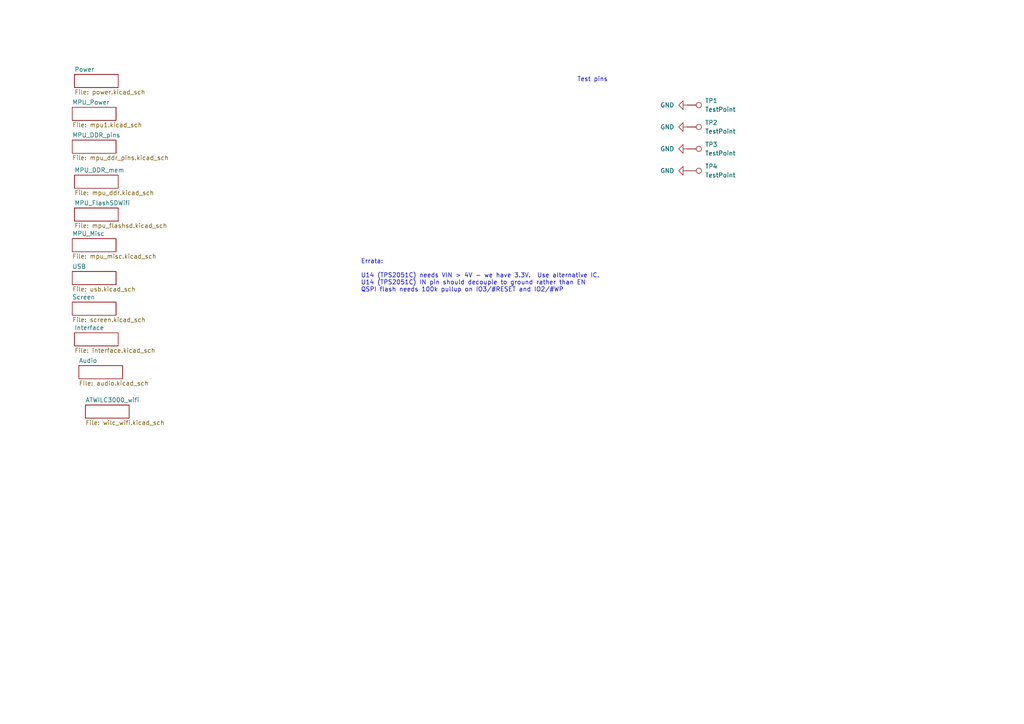
<source format=kicad_sch>
(kicad_sch (version 20250114) (generator "eeschema") (generator_version "9.0")
  (paper "A4")
  (lib_symbols
    (symbol "Connector:TestPoint" (pin_numbers (hide yes)) (pin_names (offset 0.762) (hide yes))
      (property "Reference" "TP" (at 0 6.858 0))
      (property "Value" "TestPoint" (at 0 5.08 0))
      (symbol "TestPoint_0_1"
        (circle (center 0 3.302) (radius 0.762))
      )
      (symbol "TestPoint_1_1"
        (pin passive line (at 0 0 90) (length 2.54) (name "1") (number "1"))
      )
    )
    (symbol "power:GND" (power) (pin_numbers (hide yes)) (pin_names (offset 0) (hide yes))
      (property "Value" "GND" (at 0 -3.81 0))
      (symbol "GND_0_1"
        (polyline (pts (xy 0 0) (xy 0 -1.27) (xy 1.27 -1.27) (xy 0 -2.54) (xy -1.27 -1.27) (xy 0 -1.27)))
      )
      (symbol "GND_1_1"
        (pin power_in line (at 0 0 270) (length 0) (name "~") (number "1"))
      )
    )
  )
  (text "Test pins" (at 167.386 23.114 0) (effects (font (size 1.27 1.27)) (justify left)))
  (text "Errata:\n\nU14 (TPS2051C) needs VIN > 4V - we have 3.3V.  Use alternative IC.\nU14 (TPS2051C) IN pin should decouple to ground rather than EN\nQSPI flash needs 100k pullup on IO3/#RESET and IO2/#WP" (at 104.648 80.01 0) (effects (font (size 1.27 1.27)) (justify left)))
  (symbol (lib_id "power:GND") (at 199.39 49.53 270) (unit 1)
    (property "Reference" "#PWR04" (effects (hide yes)))
    (property "Value" "GND" (at 195.58 49.5299 90) (effects (justify right)))
    (property "Description" "Power symbol creates a global label with name \"GND\" , ground" (effects (hide yes)))
  )
  (symbol (lib_id "Connector:TestPoint") (at 199.39 30.48 270) (unit 1)
    (property "Reference" "TP1" (at 204.47 29.2099 90) (effects (justify left)))
    (property "Value" "TestPoint" (at 204.47 31.7499 90) (effects (justify left)))
    (property "Footprint" "Connector_PinHeader_2.54mm:PinHeader_1x01_P2.54mm_Vertical" (effects (hide yes)))
    (property "Description" "test point" (effects (hide yes)))
  )
  (symbol (lib_id "power:GND") (at 199.39 36.83 270) (unit 1)
    (property "Reference" "#PWR02" (effects (hide yes)))
    (property "Value" "GND" (at 195.58 36.8299 90) (effects (justify right)))
    (property "Description" "Power symbol creates a global label with name \"GND\" , ground" (effects (hide yes)))
  )
  (symbol (lib_id "power:GND") (at 199.39 43.18 270) (unit 1)
    (property "Reference" "#PWR03" (effects (hide yes)))
    (property "Value" "GND" (at 195.58 43.1799 90) (effects (justify right)))
    (property "Description" "Power symbol creates a global label with name \"GND\" , ground" (effects (hide yes)))
  )
  (symbol (lib_id "Connector:TestPoint") (at 199.39 43.18 270) (unit 1)
    (property "Reference" "TP3" (at 204.47 41.9099 90) (effects (justify left)))
    (property "Value" "TestPoint" (at 204.47 44.4499 90) (effects (justify left)))
    (property "Footprint" "Connector_PinHeader_2.54mm:PinHeader_1x01_P2.54mm_Vertical" (effects (hide yes)))
    (property "Description" "test point" (effects (hide yes)))
  )
  (symbol (lib_id "Connector:TestPoint") (at 199.39 49.53 270) (unit 1)
    (property "Reference" "TP4" (at 204.47 48.2599 90) (effects (justify left)))
    (property "Value" "TestPoint" (at 204.47 50.7999 90) (effects (justify left)))
    (property "Footprint" "Connector_PinHeader_2.54mm:PinHeader_1x01_P2.54mm_Vertical" (effects (hide yes)))
    (property "Description" "test point" (effects (hide yes)))
  )
  (symbol (lib_id "power:GND") (at 199.39 30.48 270) (unit 1)
    (property "Reference" "#PWR01" (effects (hide yes)))
    (property "Value" "GND" (at 195.58 30.4799 90) (effects (justify right)))
    (property "Description" "Power symbol creates a global label with name \"GND\" , ground" (effects (hide yes)))
  )
  (symbol (lib_id "Connector:TestPoint") (at 199.39 36.83 270) (unit 1)
    (property "Reference" "TP2" (at 204.47 35.5599 90) (effects (justify left)))
    (property "Value" "TestPoint" (at 204.47 38.0999 90) (effects (justify left)))
    (property "Footprint" "Connector_PinHeader_2.54mm:PinHeader_1x01_P2.54mm_Vertical" (effects (hide yes)))
    (property "Description" "test point" (effects (hide yes)))
  )
  (sheet (at 21.59 50.8) (size 12.7 3.81) (stroke (width 0.1524))
    (property "Sheetname" "MPU_DDR_mem" (at 21.59 50.0884 0) (effects (justify left bottom)))
    (property "Sheetfile" "mpu_ddr.kicad_sch" (at 21.59 55.1946 0) (effects (justify left top)))
  )
  (sheet (at 20.955 40.64) (size 12.7 3.81) (stroke (width 0.1524))
    (property "Sheetname" "MPU_DDR_pins" (at 20.955 39.9284 0) (effects (justify left bottom)))
    (property "Sheetfile" "mpu_ddr_pins.kicad_sch" (at 20.955 45.0346 0) (effects (justify left top)))
  )
  (sheet (at 20.955 69.215) (size 12.7 3.81) (stroke (width 0.1524))
    (property "Sheetname" "MPU_Misc" (at 20.955 68.5034 0) (effects (justify left bottom)))
    (property "Sheetfile" "mpu_misc.kicad_sch" (at 20.955 73.6096 0) (effects (justify left top)))
  )
  (sheet (at 21.59 96.52) (size 12.7 3.81) (stroke (width 0.1524))
    (property "Sheetname" "Interface" (at 21.59 95.8084 0) (effects (justify left bottom)))
    (property "Sheetfile" "interface.kicad_sch" (at 21.59 100.9146 0) (effects (justify left top)))
  )
  (sheet (at 21.59 21.59) (size 12.7 3.81) (stroke (width 0.1524))
    (property "Sheetname" "Power" (at 21.59 20.8784 0) (effects (justify left bottom)))
    (property "Sheetfile" "power.kicad_sch" (at 21.59 25.9846 0) (effects (justify left top)))
  )
  (sheet (at 21.59 60.325) (size 12.7 3.81) (stroke (width 0.1524))
    (property "Sheetname" "MPU_FlashSDWifi" (at 21.59 59.6134 0) (effects (justify left bottom)))
    (property "Sheetfile" "mpu_flashsd.kicad_sch" (at 21.59 64.7196 0) (effects (justify left top)))
  )
  (sheet (at 20.955 87.63) (size 12.7 3.81) (stroke (width 0.1524))
    (property "Sheetname" "Screen" (at 20.955 86.9184 0) (effects (justify left bottom)))
    (property "Sheetfile" "screen.kicad_sch" (at 20.955 92.0246 0) (effects (justify left top)))
  )
  (sheet (at 22.86 106.045) (size 12.7 3.81) (stroke (width 0.1524))
    (property "Sheetname" "Audio" (at 22.86 105.3334 0) (effects (justify left bottom)))
    (property "Sheetfile" "audio.kicad_sch" (at 22.86 110.4396 0) (effects (justify left top)))
  )
  (sheet (at 24.765 117.475) (size 12.7 3.81) (stroke (width 0.1524))
    (property "Sheetname" "ATWILC3000_wifi" (at 24.765 116.7634 0) (effects (justify left bottom)))
    (property "Sheetfile" "wilc_wifi.kicad_sch" (at 24.765 121.8696 0) (effects (justify left top)))
  )
  (sheet (at 20.955 31.115) (size 12.7 3.81) (stroke (width 0.1524))
    (property "Sheetname" "MPU_Power" (at 20.955 30.4034 0) (effects (justify left bottom)))
    (property "Sheetfile" "mpu1.kicad_sch" (at 20.955 35.5096 0) (effects (justify left top)))
  )
  (sheet (at 20.955 78.74) (size 12.7 3.81) (stroke (width 0.1524))
    (property "Sheetname" "USB" (at 20.955 78.0284 0) (effects (justify left bottom)))
    (property "Sheetfile" "usb.kicad_sch" (at 20.955 83.1346 0) (effects (justify left top)))
  )
)
</source>
